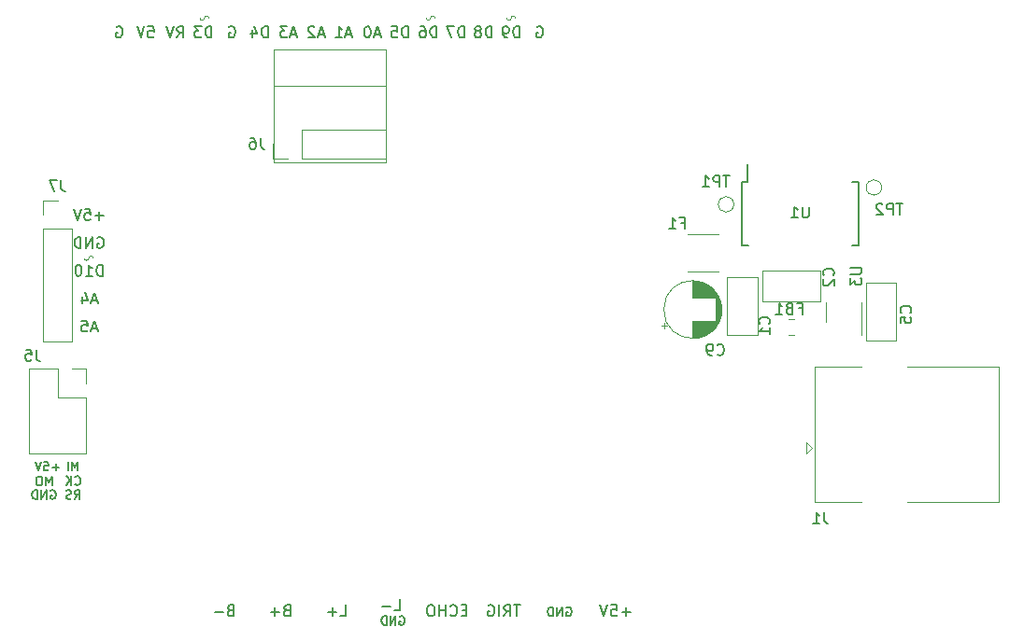
<source format=gbr>
%TF.GenerationSoftware,KiCad,Pcbnew,7.0.6*%
%TF.CreationDate,2023-08-05T18:39:03+02:00*%
%TF.ProjectId,livello_serbatoio_definitiva,6c697665-6c6c-46f5-9f73-65726261746f,rev?*%
%TF.SameCoordinates,Original*%
%TF.FileFunction,Legend,Bot*%
%TF.FilePolarity,Positive*%
%FSLAX46Y46*%
G04 Gerber Fmt 4.6, Leading zero omitted, Abs format (unit mm)*
G04 Created by KiCad (PCBNEW 7.0.6) date 2023-08-05 18:39:03*
%MOMM*%
%LPD*%
G01*
G04 APERTURE LIST*
%ADD10C,0.120000*%
%ADD11C,0.150000*%
G04 APERTURE END LIST*
D10*
X121140000Y-97120000D02*
X121140000Y-90120000D01*
X110960000Y-90110000D02*
X110960000Y-97120000D01*
X121140000Y-97120000D02*
X110960000Y-97120000D01*
X93820000Y-105800000D02*
G75*
G03*
X94220000Y-105800000I200000J0D01*
G01*
X94620000Y-105800000D02*
G75*
G03*
X94220000Y-105800000I-200000J0D01*
G01*
X132100000Y-84000000D02*
G75*
G03*
X132500000Y-84000000I200000J0D01*
G01*
X125600000Y-84000000D02*
G75*
G03*
X125200000Y-84000000I-200000J0D01*
G01*
X124800000Y-84000000D02*
G75*
G03*
X125200000Y-84000000I200000J0D01*
G01*
X104300000Y-84000000D02*
G75*
G03*
X104700000Y-84000000I200000J0D01*
G01*
X105100000Y-84000000D02*
G75*
G03*
X104700000Y-84000000I-200000J0D01*
G01*
X132900000Y-84000000D02*
G75*
G03*
X132500000Y-84000000I-200000J0D01*
G01*
X110960000Y-90130000D02*
X110960000Y-86870000D01*
X121140000Y-86870000D02*
X121140000Y-90130000D01*
X110970000Y-86870000D02*
X121140000Y-86870000D01*
X121140000Y-90130000D02*
X110960000Y-90130000D01*
D11*
X117009523Y-138254819D02*
X117485713Y-138254819D01*
X117485713Y-138254819D02*
X117485713Y-137254819D01*
X116676189Y-137873866D02*
X115914285Y-137873866D01*
X116295237Y-138254819D02*
X116295237Y-137492914D01*
X107047618Y-137731009D02*
X106904761Y-137778628D01*
X106904761Y-137778628D02*
X106857142Y-137826247D01*
X106857142Y-137826247D02*
X106809523Y-137921485D01*
X106809523Y-137921485D02*
X106809523Y-138064342D01*
X106809523Y-138064342D02*
X106857142Y-138159580D01*
X106857142Y-138159580D02*
X106904761Y-138207200D01*
X106904761Y-138207200D02*
X106999999Y-138254819D01*
X106999999Y-138254819D02*
X107380951Y-138254819D01*
X107380951Y-138254819D02*
X107380951Y-137254819D01*
X107380951Y-137254819D02*
X107047618Y-137254819D01*
X107047618Y-137254819D02*
X106952380Y-137302438D01*
X106952380Y-137302438D02*
X106904761Y-137350057D01*
X106904761Y-137350057D02*
X106857142Y-137445295D01*
X106857142Y-137445295D02*
X106857142Y-137540533D01*
X106857142Y-137540533D02*
X106904761Y-137635771D01*
X106904761Y-137635771D02*
X106952380Y-137683390D01*
X106952380Y-137683390D02*
X107047618Y-137731009D01*
X107047618Y-137731009D02*
X107380951Y-137731009D01*
X106380951Y-137873866D02*
X105619047Y-137873866D01*
X90885713Y-126382295D02*
X90885713Y-125582295D01*
X90885713Y-125582295D02*
X90619047Y-126153723D01*
X90619047Y-126153723D02*
X90352380Y-125582295D01*
X90352380Y-125582295D02*
X90352380Y-126382295D01*
X89819046Y-125582295D02*
X89666665Y-125582295D01*
X89666665Y-125582295D02*
X89590475Y-125620390D01*
X89590475Y-125620390D02*
X89514284Y-125696580D01*
X89514284Y-125696580D02*
X89476189Y-125848961D01*
X89476189Y-125848961D02*
X89476189Y-126115628D01*
X89476189Y-126115628D02*
X89514284Y-126268009D01*
X89514284Y-126268009D02*
X89590475Y-126344200D01*
X89590475Y-126344200D02*
X89666665Y-126382295D01*
X89666665Y-126382295D02*
X89819046Y-126382295D01*
X89819046Y-126382295D02*
X89895237Y-126344200D01*
X89895237Y-126344200D02*
X89971427Y-126268009D01*
X89971427Y-126268009D02*
X90009523Y-126115628D01*
X90009523Y-126115628D02*
X90009523Y-125848961D01*
X90009523Y-125848961D02*
X89971427Y-125696580D01*
X89971427Y-125696580D02*
X89895237Y-125620390D01*
X89895237Y-125620390D02*
X89819046Y-125582295D01*
X94964285Y-112169104D02*
X94488095Y-112169104D01*
X95059523Y-112454819D02*
X94726190Y-111454819D01*
X94726190Y-111454819D02*
X94392857Y-112454819D01*
X93583333Y-111454819D02*
X94059523Y-111454819D01*
X94059523Y-111454819D02*
X94107142Y-111931009D01*
X94107142Y-111931009D02*
X94059523Y-111883390D01*
X94059523Y-111883390D02*
X93964285Y-111835771D01*
X93964285Y-111835771D02*
X93726190Y-111835771D01*
X93726190Y-111835771D02*
X93630952Y-111883390D01*
X93630952Y-111883390D02*
X93583333Y-111931009D01*
X93583333Y-111931009D02*
X93535714Y-112026247D01*
X93535714Y-112026247D02*
X93535714Y-112264342D01*
X93535714Y-112264342D02*
X93583333Y-112359580D01*
X93583333Y-112359580D02*
X93630952Y-112407200D01*
X93630952Y-112407200D02*
X93726190Y-112454819D01*
X93726190Y-112454819D02*
X93964285Y-112454819D01*
X93964285Y-112454819D02*
X94059523Y-112407200D01*
X94059523Y-112407200D02*
X94107142Y-112359580D01*
X94994285Y-109629104D02*
X94518095Y-109629104D01*
X95089523Y-109914819D02*
X94756190Y-108914819D01*
X94756190Y-108914819D02*
X94422857Y-109914819D01*
X93660952Y-109248152D02*
X93660952Y-109914819D01*
X93899047Y-108867200D02*
X94137142Y-109581485D01*
X94137142Y-109581485D02*
X93518095Y-109581485D01*
X95474285Y-107394819D02*
X95474285Y-106394819D01*
X95474285Y-106394819D02*
X95236190Y-106394819D01*
X95236190Y-106394819D02*
X95093333Y-106442438D01*
X95093333Y-106442438D02*
X94998095Y-106537676D01*
X94998095Y-106537676D02*
X94950476Y-106632914D01*
X94950476Y-106632914D02*
X94902857Y-106823390D01*
X94902857Y-106823390D02*
X94902857Y-106966247D01*
X94902857Y-106966247D02*
X94950476Y-107156723D01*
X94950476Y-107156723D02*
X94998095Y-107251961D01*
X94998095Y-107251961D02*
X95093333Y-107347200D01*
X95093333Y-107347200D02*
X95236190Y-107394819D01*
X95236190Y-107394819D02*
X95474285Y-107394819D01*
X93950476Y-107394819D02*
X94521904Y-107394819D01*
X94236190Y-107394819D02*
X94236190Y-106394819D01*
X94236190Y-106394819D02*
X94331428Y-106537676D01*
X94331428Y-106537676D02*
X94426666Y-106632914D01*
X94426666Y-106632914D02*
X94521904Y-106680533D01*
X93331428Y-106394819D02*
X93236190Y-106394819D01*
X93236190Y-106394819D02*
X93140952Y-106442438D01*
X93140952Y-106442438D02*
X93093333Y-106490057D01*
X93093333Y-106490057D02*
X93045714Y-106585295D01*
X93045714Y-106585295D02*
X92998095Y-106775771D01*
X92998095Y-106775771D02*
X92998095Y-107013866D01*
X92998095Y-107013866D02*
X93045714Y-107204342D01*
X93045714Y-107204342D02*
X93093333Y-107299580D01*
X93093333Y-107299580D02*
X93140952Y-107347200D01*
X93140952Y-107347200D02*
X93236190Y-107394819D01*
X93236190Y-107394819D02*
X93331428Y-107394819D01*
X93331428Y-107394819D02*
X93426666Y-107347200D01*
X93426666Y-107347200D02*
X93474285Y-107299580D01*
X93474285Y-107299580D02*
X93521904Y-107204342D01*
X93521904Y-107204342D02*
X93569523Y-107013866D01*
X93569523Y-107013866D02*
X93569523Y-106775771D01*
X93569523Y-106775771D02*
X93521904Y-106585295D01*
X93521904Y-106585295D02*
X93474285Y-106490057D01*
X93474285Y-106490057D02*
X93426666Y-106442438D01*
X93426666Y-106442438D02*
X93331428Y-106394819D01*
X113014285Y-85469104D02*
X112538095Y-85469104D01*
X113109523Y-85754819D02*
X112776190Y-84754819D01*
X112776190Y-84754819D02*
X112442857Y-85754819D01*
X112204761Y-84754819D02*
X111585714Y-84754819D01*
X111585714Y-84754819D02*
X111919047Y-85135771D01*
X111919047Y-85135771D02*
X111776190Y-85135771D01*
X111776190Y-85135771D02*
X111680952Y-85183390D01*
X111680952Y-85183390D02*
X111633333Y-85231009D01*
X111633333Y-85231009D02*
X111585714Y-85326247D01*
X111585714Y-85326247D02*
X111585714Y-85564342D01*
X111585714Y-85564342D02*
X111633333Y-85659580D01*
X111633333Y-85659580D02*
X111680952Y-85707200D01*
X111680952Y-85707200D02*
X111776190Y-85754819D01*
X111776190Y-85754819D02*
X112061904Y-85754819D01*
X112061904Y-85754819D02*
X112157142Y-85707200D01*
X112157142Y-85707200D02*
X112204761Y-85659580D01*
X115514285Y-85469104D02*
X115038095Y-85469104D01*
X115609523Y-85754819D02*
X115276190Y-84754819D01*
X115276190Y-84754819D02*
X114942857Y-85754819D01*
X114657142Y-84850057D02*
X114609523Y-84802438D01*
X114609523Y-84802438D02*
X114514285Y-84754819D01*
X114514285Y-84754819D02*
X114276190Y-84754819D01*
X114276190Y-84754819D02*
X114180952Y-84802438D01*
X114180952Y-84802438D02*
X114133333Y-84850057D01*
X114133333Y-84850057D02*
X114085714Y-84945295D01*
X114085714Y-84945295D02*
X114085714Y-85040533D01*
X114085714Y-85040533D02*
X114133333Y-85183390D01*
X114133333Y-85183390D02*
X114704761Y-85754819D01*
X114704761Y-85754819D02*
X114085714Y-85754819D01*
X118014285Y-85469104D02*
X117538095Y-85469104D01*
X118109523Y-85754819D02*
X117776190Y-84754819D01*
X117776190Y-84754819D02*
X117442857Y-85754819D01*
X116585714Y-85754819D02*
X117157142Y-85754819D01*
X116871428Y-85754819D02*
X116871428Y-84754819D01*
X116871428Y-84754819D02*
X116966666Y-84897676D01*
X116966666Y-84897676D02*
X117061904Y-84992914D01*
X117061904Y-84992914D02*
X117157142Y-85040533D01*
X120614285Y-85469104D02*
X120138095Y-85469104D01*
X120709523Y-85754819D02*
X120376190Y-84754819D01*
X120376190Y-84754819D02*
X120042857Y-85754819D01*
X119519047Y-84754819D02*
X119423809Y-84754819D01*
X119423809Y-84754819D02*
X119328571Y-84802438D01*
X119328571Y-84802438D02*
X119280952Y-84850057D01*
X119280952Y-84850057D02*
X119233333Y-84945295D01*
X119233333Y-84945295D02*
X119185714Y-85135771D01*
X119185714Y-85135771D02*
X119185714Y-85373866D01*
X119185714Y-85373866D02*
X119233333Y-85564342D01*
X119233333Y-85564342D02*
X119280952Y-85659580D01*
X119280952Y-85659580D02*
X119328571Y-85707200D01*
X119328571Y-85707200D02*
X119423809Y-85754819D01*
X119423809Y-85754819D02*
X119519047Y-85754819D01*
X119519047Y-85754819D02*
X119614285Y-85707200D01*
X119614285Y-85707200D02*
X119661904Y-85659580D01*
X119661904Y-85659580D02*
X119709523Y-85564342D01*
X119709523Y-85564342D02*
X119757142Y-85373866D01*
X119757142Y-85373866D02*
X119757142Y-85135771D01*
X119757142Y-85135771D02*
X119709523Y-84945295D01*
X119709523Y-84945295D02*
X119661904Y-84850057D01*
X119661904Y-84850057D02*
X119614285Y-84802438D01*
X119614285Y-84802438D02*
X119519047Y-84754819D01*
X95021904Y-103912438D02*
X95117142Y-103864819D01*
X95117142Y-103864819D02*
X95259999Y-103864819D01*
X95259999Y-103864819D02*
X95402856Y-103912438D01*
X95402856Y-103912438D02*
X95498094Y-104007676D01*
X95498094Y-104007676D02*
X95545713Y-104102914D01*
X95545713Y-104102914D02*
X95593332Y-104293390D01*
X95593332Y-104293390D02*
X95593332Y-104436247D01*
X95593332Y-104436247D02*
X95545713Y-104626723D01*
X95545713Y-104626723D02*
X95498094Y-104721961D01*
X95498094Y-104721961D02*
X95402856Y-104817200D01*
X95402856Y-104817200D02*
X95259999Y-104864819D01*
X95259999Y-104864819D02*
X95164761Y-104864819D01*
X95164761Y-104864819D02*
X95021904Y-104817200D01*
X95021904Y-104817200D02*
X94974285Y-104769580D01*
X94974285Y-104769580D02*
X94974285Y-104436247D01*
X94974285Y-104436247D02*
X95164761Y-104436247D01*
X94545713Y-104864819D02*
X94545713Y-103864819D01*
X94545713Y-103864819D02*
X93974285Y-104864819D01*
X93974285Y-104864819D02*
X93974285Y-103864819D01*
X93498094Y-104864819D02*
X93498094Y-103864819D01*
X93498094Y-103864819D02*
X93259999Y-103864819D01*
X93259999Y-103864819D02*
X93117142Y-103912438D01*
X93117142Y-103912438D02*
X93021904Y-104007676D01*
X93021904Y-104007676D02*
X92974285Y-104102914D01*
X92974285Y-104102914D02*
X92926666Y-104293390D01*
X92926666Y-104293390D02*
X92926666Y-104436247D01*
X92926666Y-104436247D02*
X92974285Y-104626723D01*
X92974285Y-104626723D02*
X93021904Y-104721961D01*
X93021904Y-104721961D02*
X93117142Y-104817200D01*
X93117142Y-104817200D02*
X93259999Y-104864819D01*
X93259999Y-104864819D02*
X93498094Y-104864819D01*
X95565713Y-101933866D02*
X94803809Y-101933866D01*
X95184761Y-102314819D02*
X95184761Y-101552914D01*
X93851428Y-101314819D02*
X94327618Y-101314819D01*
X94327618Y-101314819D02*
X94375237Y-101791009D01*
X94375237Y-101791009D02*
X94327618Y-101743390D01*
X94327618Y-101743390D02*
X94232380Y-101695771D01*
X94232380Y-101695771D02*
X93994285Y-101695771D01*
X93994285Y-101695771D02*
X93899047Y-101743390D01*
X93899047Y-101743390D02*
X93851428Y-101791009D01*
X93851428Y-101791009D02*
X93803809Y-101886247D01*
X93803809Y-101886247D02*
X93803809Y-102124342D01*
X93803809Y-102124342D02*
X93851428Y-102219580D01*
X93851428Y-102219580D02*
X93899047Y-102267200D01*
X93899047Y-102267200D02*
X93994285Y-102314819D01*
X93994285Y-102314819D02*
X94232380Y-102314819D01*
X94232380Y-102314819D02*
X94327618Y-102267200D01*
X94327618Y-102267200D02*
X94375237Y-102219580D01*
X93518094Y-101314819D02*
X93184761Y-102314819D01*
X93184761Y-102314819D02*
X92851428Y-101314819D01*
X121909523Y-137754819D02*
X122385713Y-137754819D01*
X122385713Y-137754819D02*
X122385713Y-136754819D01*
X121576189Y-137373866D02*
X120814285Y-137373866D01*
X91528570Y-124757533D02*
X90919047Y-124757533D01*
X91223808Y-125062295D02*
X91223808Y-124452771D01*
X90157142Y-124262295D02*
X90538094Y-124262295D01*
X90538094Y-124262295D02*
X90576190Y-124643247D01*
X90576190Y-124643247D02*
X90538094Y-124605152D01*
X90538094Y-124605152D02*
X90461904Y-124567057D01*
X90461904Y-124567057D02*
X90271428Y-124567057D01*
X90271428Y-124567057D02*
X90195237Y-124605152D01*
X90195237Y-124605152D02*
X90157142Y-124643247D01*
X90157142Y-124643247D02*
X90119047Y-124719438D01*
X90119047Y-124719438D02*
X90119047Y-124909914D01*
X90119047Y-124909914D02*
X90157142Y-124986104D01*
X90157142Y-124986104D02*
X90195237Y-125024200D01*
X90195237Y-125024200D02*
X90271428Y-125062295D01*
X90271428Y-125062295D02*
X90461904Y-125062295D01*
X90461904Y-125062295D02*
X90538094Y-125024200D01*
X90538094Y-125024200D02*
X90576190Y-124986104D01*
X89890475Y-124262295D02*
X89623808Y-125062295D01*
X89623808Y-125062295D02*
X89357142Y-124262295D01*
X90769523Y-126880390D02*
X90845713Y-126842295D01*
X90845713Y-126842295D02*
X90959999Y-126842295D01*
X90959999Y-126842295D02*
X91074285Y-126880390D01*
X91074285Y-126880390D02*
X91150475Y-126956580D01*
X91150475Y-126956580D02*
X91188570Y-127032771D01*
X91188570Y-127032771D02*
X91226666Y-127185152D01*
X91226666Y-127185152D02*
X91226666Y-127299438D01*
X91226666Y-127299438D02*
X91188570Y-127451819D01*
X91188570Y-127451819D02*
X91150475Y-127528009D01*
X91150475Y-127528009D02*
X91074285Y-127604200D01*
X91074285Y-127604200D02*
X90959999Y-127642295D01*
X90959999Y-127642295D02*
X90883808Y-127642295D01*
X90883808Y-127642295D02*
X90769523Y-127604200D01*
X90769523Y-127604200D02*
X90731427Y-127566104D01*
X90731427Y-127566104D02*
X90731427Y-127299438D01*
X90731427Y-127299438D02*
X90883808Y-127299438D01*
X90388570Y-127642295D02*
X90388570Y-126842295D01*
X90388570Y-126842295D02*
X89931427Y-127642295D01*
X89931427Y-127642295D02*
X89931427Y-126842295D01*
X89550475Y-127642295D02*
X89550475Y-126842295D01*
X89550475Y-126842295D02*
X89359999Y-126842295D01*
X89359999Y-126842295D02*
X89245713Y-126880390D01*
X89245713Y-126880390D02*
X89169523Y-126956580D01*
X89169523Y-126956580D02*
X89131428Y-127032771D01*
X89131428Y-127032771D02*
X89093332Y-127185152D01*
X89093332Y-127185152D02*
X89093332Y-127299438D01*
X89093332Y-127299438D02*
X89131428Y-127451819D01*
X89131428Y-127451819D02*
X89169523Y-127528009D01*
X89169523Y-127528009D02*
X89245713Y-127604200D01*
X89245713Y-127604200D02*
X89359999Y-127642295D01*
X89359999Y-127642295D02*
X89550475Y-127642295D01*
X123138094Y-85754819D02*
X123138094Y-84754819D01*
X123138094Y-84754819D02*
X122899999Y-84754819D01*
X122899999Y-84754819D02*
X122757142Y-84802438D01*
X122757142Y-84802438D02*
X122661904Y-84897676D01*
X122661904Y-84897676D02*
X122614285Y-84992914D01*
X122614285Y-84992914D02*
X122566666Y-85183390D01*
X122566666Y-85183390D02*
X122566666Y-85326247D01*
X122566666Y-85326247D02*
X122614285Y-85516723D01*
X122614285Y-85516723D02*
X122661904Y-85611961D01*
X122661904Y-85611961D02*
X122757142Y-85707200D01*
X122757142Y-85707200D02*
X122899999Y-85754819D01*
X122899999Y-85754819D02*
X123138094Y-85754819D01*
X121661904Y-84754819D02*
X122138094Y-84754819D01*
X122138094Y-84754819D02*
X122185713Y-85231009D01*
X122185713Y-85231009D02*
X122138094Y-85183390D01*
X122138094Y-85183390D02*
X122042856Y-85135771D01*
X122042856Y-85135771D02*
X121804761Y-85135771D01*
X121804761Y-85135771D02*
X121709523Y-85183390D01*
X121709523Y-85183390D02*
X121661904Y-85231009D01*
X121661904Y-85231009D02*
X121614285Y-85326247D01*
X121614285Y-85326247D02*
X121614285Y-85564342D01*
X121614285Y-85564342D02*
X121661904Y-85659580D01*
X121661904Y-85659580D02*
X121709523Y-85707200D01*
X121709523Y-85707200D02*
X121804761Y-85754819D01*
X121804761Y-85754819D02*
X122042856Y-85754819D01*
X122042856Y-85754819D02*
X122138094Y-85707200D01*
X122138094Y-85707200D02*
X122185713Y-85659580D01*
X102219047Y-85754819D02*
X102552380Y-85278628D01*
X102790475Y-85754819D02*
X102790475Y-84754819D01*
X102790475Y-84754819D02*
X102409523Y-84754819D01*
X102409523Y-84754819D02*
X102314285Y-84802438D01*
X102314285Y-84802438D02*
X102266666Y-84850057D01*
X102266666Y-84850057D02*
X102219047Y-84945295D01*
X102219047Y-84945295D02*
X102219047Y-85088152D01*
X102219047Y-85088152D02*
X102266666Y-85183390D01*
X102266666Y-85183390D02*
X102314285Y-85231009D01*
X102314285Y-85231009D02*
X102409523Y-85278628D01*
X102409523Y-85278628D02*
X102790475Y-85278628D01*
X101933332Y-84754819D02*
X101599999Y-85754819D01*
X101599999Y-85754819D02*
X101266666Y-84754819D01*
X99590476Y-84754819D02*
X100066666Y-84754819D01*
X100066666Y-84754819D02*
X100114285Y-85231009D01*
X100114285Y-85231009D02*
X100066666Y-85183390D01*
X100066666Y-85183390D02*
X99971428Y-85135771D01*
X99971428Y-85135771D02*
X99733333Y-85135771D01*
X99733333Y-85135771D02*
X99638095Y-85183390D01*
X99638095Y-85183390D02*
X99590476Y-85231009D01*
X99590476Y-85231009D02*
X99542857Y-85326247D01*
X99542857Y-85326247D02*
X99542857Y-85564342D01*
X99542857Y-85564342D02*
X99590476Y-85659580D01*
X99590476Y-85659580D02*
X99638095Y-85707200D01*
X99638095Y-85707200D02*
X99733333Y-85754819D01*
X99733333Y-85754819D02*
X99971428Y-85754819D01*
X99971428Y-85754819D02*
X100066666Y-85707200D01*
X100066666Y-85707200D02*
X100114285Y-85659580D01*
X99257142Y-84754819D02*
X98923809Y-85754819D01*
X98923809Y-85754819D02*
X98590476Y-84754819D01*
X125738094Y-85754819D02*
X125738094Y-84754819D01*
X125738094Y-84754819D02*
X125499999Y-84754819D01*
X125499999Y-84754819D02*
X125357142Y-84802438D01*
X125357142Y-84802438D02*
X125261904Y-84897676D01*
X125261904Y-84897676D02*
X125214285Y-84992914D01*
X125214285Y-84992914D02*
X125166666Y-85183390D01*
X125166666Y-85183390D02*
X125166666Y-85326247D01*
X125166666Y-85326247D02*
X125214285Y-85516723D01*
X125214285Y-85516723D02*
X125261904Y-85611961D01*
X125261904Y-85611961D02*
X125357142Y-85707200D01*
X125357142Y-85707200D02*
X125499999Y-85754819D01*
X125499999Y-85754819D02*
X125738094Y-85754819D01*
X124309523Y-84754819D02*
X124499999Y-84754819D01*
X124499999Y-84754819D02*
X124595237Y-84802438D01*
X124595237Y-84802438D02*
X124642856Y-84850057D01*
X124642856Y-84850057D02*
X124738094Y-84992914D01*
X124738094Y-84992914D02*
X124785713Y-85183390D01*
X124785713Y-85183390D02*
X124785713Y-85564342D01*
X124785713Y-85564342D02*
X124738094Y-85659580D01*
X124738094Y-85659580D02*
X124690475Y-85707200D01*
X124690475Y-85707200D02*
X124595237Y-85754819D01*
X124595237Y-85754819D02*
X124404761Y-85754819D01*
X124404761Y-85754819D02*
X124309523Y-85707200D01*
X124309523Y-85707200D02*
X124261904Y-85659580D01*
X124261904Y-85659580D02*
X124214285Y-85564342D01*
X124214285Y-85564342D02*
X124214285Y-85326247D01*
X124214285Y-85326247D02*
X124261904Y-85231009D01*
X124261904Y-85231009D02*
X124309523Y-85183390D01*
X124309523Y-85183390D02*
X124404761Y-85135771D01*
X124404761Y-85135771D02*
X124595237Y-85135771D01*
X124595237Y-85135771D02*
X124690475Y-85183390D01*
X124690475Y-85183390D02*
X124738094Y-85231009D01*
X124738094Y-85231009D02*
X124785713Y-85326247D01*
X133238094Y-85754819D02*
X133238094Y-84754819D01*
X133238094Y-84754819D02*
X132999999Y-84754819D01*
X132999999Y-84754819D02*
X132857142Y-84802438D01*
X132857142Y-84802438D02*
X132761904Y-84897676D01*
X132761904Y-84897676D02*
X132714285Y-84992914D01*
X132714285Y-84992914D02*
X132666666Y-85183390D01*
X132666666Y-85183390D02*
X132666666Y-85326247D01*
X132666666Y-85326247D02*
X132714285Y-85516723D01*
X132714285Y-85516723D02*
X132761904Y-85611961D01*
X132761904Y-85611961D02*
X132857142Y-85707200D01*
X132857142Y-85707200D02*
X132999999Y-85754819D01*
X132999999Y-85754819D02*
X133238094Y-85754819D01*
X132190475Y-85754819D02*
X131999999Y-85754819D01*
X131999999Y-85754819D02*
X131904761Y-85707200D01*
X131904761Y-85707200D02*
X131857142Y-85659580D01*
X131857142Y-85659580D02*
X131761904Y-85516723D01*
X131761904Y-85516723D02*
X131714285Y-85326247D01*
X131714285Y-85326247D02*
X131714285Y-84945295D01*
X131714285Y-84945295D02*
X131761904Y-84850057D01*
X131761904Y-84850057D02*
X131809523Y-84802438D01*
X131809523Y-84802438D02*
X131904761Y-84754819D01*
X131904761Y-84754819D02*
X132095237Y-84754819D01*
X132095237Y-84754819D02*
X132190475Y-84802438D01*
X132190475Y-84802438D02*
X132238094Y-84850057D01*
X132238094Y-84850057D02*
X132285713Y-84945295D01*
X132285713Y-84945295D02*
X132285713Y-85183390D01*
X132285713Y-85183390D02*
X132238094Y-85278628D01*
X132238094Y-85278628D02*
X132190475Y-85326247D01*
X132190475Y-85326247D02*
X132095237Y-85373866D01*
X132095237Y-85373866D02*
X131904761Y-85373866D01*
X131904761Y-85373866D02*
X131809523Y-85326247D01*
X131809523Y-85326247D02*
X131761904Y-85278628D01*
X131761904Y-85278628D02*
X131714285Y-85183390D01*
X134838095Y-84802438D02*
X134933333Y-84754819D01*
X134933333Y-84754819D02*
X135076190Y-84754819D01*
X135076190Y-84754819D02*
X135219047Y-84802438D01*
X135219047Y-84802438D02*
X135314285Y-84897676D01*
X135314285Y-84897676D02*
X135361904Y-84992914D01*
X135361904Y-84992914D02*
X135409523Y-85183390D01*
X135409523Y-85183390D02*
X135409523Y-85326247D01*
X135409523Y-85326247D02*
X135361904Y-85516723D01*
X135361904Y-85516723D02*
X135314285Y-85611961D01*
X135314285Y-85611961D02*
X135219047Y-85707200D01*
X135219047Y-85707200D02*
X135076190Y-85754819D01*
X135076190Y-85754819D02*
X134980952Y-85754819D01*
X134980952Y-85754819D02*
X134838095Y-85707200D01*
X134838095Y-85707200D02*
X134790476Y-85659580D01*
X134790476Y-85659580D02*
X134790476Y-85326247D01*
X134790476Y-85326247D02*
X134980952Y-85326247D01*
X130738094Y-85754819D02*
X130738094Y-84754819D01*
X130738094Y-84754819D02*
X130499999Y-84754819D01*
X130499999Y-84754819D02*
X130357142Y-84802438D01*
X130357142Y-84802438D02*
X130261904Y-84897676D01*
X130261904Y-84897676D02*
X130214285Y-84992914D01*
X130214285Y-84992914D02*
X130166666Y-85183390D01*
X130166666Y-85183390D02*
X130166666Y-85326247D01*
X130166666Y-85326247D02*
X130214285Y-85516723D01*
X130214285Y-85516723D02*
X130261904Y-85611961D01*
X130261904Y-85611961D02*
X130357142Y-85707200D01*
X130357142Y-85707200D02*
X130499999Y-85754819D01*
X130499999Y-85754819D02*
X130738094Y-85754819D01*
X129595237Y-85183390D02*
X129690475Y-85135771D01*
X129690475Y-85135771D02*
X129738094Y-85088152D01*
X129738094Y-85088152D02*
X129785713Y-84992914D01*
X129785713Y-84992914D02*
X129785713Y-84945295D01*
X129785713Y-84945295D02*
X129738094Y-84850057D01*
X129738094Y-84850057D02*
X129690475Y-84802438D01*
X129690475Y-84802438D02*
X129595237Y-84754819D01*
X129595237Y-84754819D02*
X129404761Y-84754819D01*
X129404761Y-84754819D02*
X129309523Y-84802438D01*
X129309523Y-84802438D02*
X129261904Y-84850057D01*
X129261904Y-84850057D02*
X129214285Y-84945295D01*
X129214285Y-84945295D02*
X129214285Y-84992914D01*
X129214285Y-84992914D02*
X129261904Y-85088152D01*
X129261904Y-85088152D02*
X129309523Y-85135771D01*
X129309523Y-85135771D02*
X129404761Y-85183390D01*
X129404761Y-85183390D02*
X129595237Y-85183390D01*
X129595237Y-85183390D02*
X129690475Y-85231009D01*
X129690475Y-85231009D02*
X129738094Y-85278628D01*
X129738094Y-85278628D02*
X129785713Y-85373866D01*
X129785713Y-85373866D02*
X129785713Y-85564342D01*
X129785713Y-85564342D02*
X129738094Y-85659580D01*
X129738094Y-85659580D02*
X129690475Y-85707200D01*
X129690475Y-85707200D02*
X129595237Y-85754819D01*
X129595237Y-85754819D02*
X129404761Y-85754819D01*
X129404761Y-85754819D02*
X129309523Y-85707200D01*
X129309523Y-85707200D02*
X129261904Y-85659580D01*
X129261904Y-85659580D02*
X129214285Y-85564342D01*
X129214285Y-85564342D02*
X129214285Y-85373866D01*
X129214285Y-85373866D02*
X129261904Y-85278628D01*
X129261904Y-85278628D02*
X129309523Y-85231009D01*
X129309523Y-85231009D02*
X129404761Y-85183390D01*
X105338094Y-85754819D02*
X105338094Y-84754819D01*
X105338094Y-84754819D02*
X105099999Y-84754819D01*
X105099999Y-84754819D02*
X104957142Y-84802438D01*
X104957142Y-84802438D02*
X104861904Y-84897676D01*
X104861904Y-84897676D02*
X104814285Y-84992914D01*
X104814285Y-84992914D02*
X104766666Y-85183390D01*
X104766666Y-85183390D02*
X104766666Y-85326247D01*
X104766666Y-85326247D02*
X104814285Y-85516723D01*
X104814285Y-85516723D02*
X104861904Y-85611961D01*
X104861904Y-85611961D02*
X104957142Y-85707200D01*
X104957142Y-85707200D02*
X105099999Y-85754819D01*
X105099999Y-85754819D02*
X105338094Y-85754819D01*
X104433332Y-84754819D02*
X103814285Y-84754819D01*
X103814285Y-84754819D02*
X104147618Y-85135771D01*
X104147618Y-85135771D02*
X104004761Y-85135771D01*
X104004761Y-85135771D02*
X103909523Y-85183390D01*
X103909523Y-85183390D02*
X103861904Y-85231009D01*
X103861904Y-85231009D02*
X103814285Y-85326247D01*
X103814285Y-85326247D02*
X103814285Y-85564342D01*
X103814285Y-85564342D02*
X103861904Y-85659580D01*
X103861904Y-85659580D02*
X103909523Y-85707200D01*
X103909523Y-85707200D02*
X104004761Y-85754819D01*
X104004761Y-85754819D02*
X104290475Y-85754819D01*
X104290475Y-85754819D02*
X104385713Y-85707200D01*
X104385713Y-85707200D02*
X104433332Y-85659580D01*
X128238094Y-85754819D02*
X128238094Y-84754819D01*
X128238094Y-84754819D02*
X127999999Y-84754819D01*
X127999999Y-84754819D02*
X127857142Y-84802438D01*
X127857142Y-84802438D02*
X127761904Y-84897676D01*
X127761904Y-84897676D02*
X127714285Y-84992914D01*
X127714285Y-84992914D02*
X127666666Y-85183390D01*
X127666666Y-85183390D02*
X127666666Y-85326247D01*
X127666666Y-85326247D02*
X127714285Y-85516723D01*
X127714285Y-85516723D02*
X127761904Y-85611961D01*
X127761904Y-85611961D02*
X127857142Y-85707200D01*
X127857142Y-85707200D02*
X127999999Y-85754819D01*
X127999999Y-85754819D02*
X128238094Y-85754819D01*
X127333332Y-84754819D02*
X126666666Y-84754819D01*
X126666666Y-84754819D02*
X127095237Y-85754819D01*
X110438094Y-85754819D02*
X110438094Y-84754819D01*
X110438094Y-84754819D02*
X110199999Y-84754819D01*
X110199999Y-84754819D02*
X110057142Y-84802438D01*
X110057142Y-84802438D02*
X109961904Y-84897676D01*
X109961904Y-84897676D02*
X109914285Y-84992914D01*
X109914285Y-84992914D02*
X109866666Y-85183390D01*
X109866666Y-85183390D02*
X109866666Y-85326247D01*
X109866666Y-85326247D02*
X109914285Y-85516723D01*
X109914285Y-85516723D02*
X109961904Y-85611961D01*
X109961904Y-85611961D02*
X110057142Y-85707200D01*
X110057142Y-85707200D02*
X110199999Y-85754819D01*
X110199999Y-85754819D02*
X110438094Y-85754819D01*
X109009523Y-85088152D02*
X109009523Y-85754819D01*
X109247618Y-84707200D02*
X109485713Y-85421485D01*
X109485713Y-85421485D02*
X108866666Y-85421485D01*
X106938095Y-84802438D02*
X107033333Y-84754819D01*
X107033333Y-84754819D02*
X107176190Y-84754819D01*
X107176190Y-84754819D02*
X107319047Y-84802438D01*
X107319047Y-84802438D02*
X107414285Y-84897676D01*
X107414285Y-84897676D02*
X107461904Y-84992914D01*
X107461904Y-84992914D02*
X107509523Y-85183390D01*
X107509523Y-85183390D02*
X107509523Y-85326247D01*
X107509523Y-85326247D02*
X107461904Y-85516723D01*
X107461904Y-85516723D02*
X107414285Y-85611961D01*
X107414285Y-85611961D02*
X107319047Y-85707200D01*
X107319047Y-85707200D02*
X107176190Y-85754819D01*
X107176190Y-85754819D02*
X107080952Y-85754819D01*
X107080952Y-85754819D02*
X106938095Y-85707200D01*
X106938095Y-85707200D02*
X106890476Y-85659580D01*
X106890476Y-85659580D02*
X106890476Y-85326247D01*
X106890476Y-85326247D02*
X107080952Y-85326247D01*
X96738095Y-84802438D02*
X96833333Y-84754819D01*
X96833333Y-84754819D02*
X96976190Y-84754819D01*
X96976190Y-84754819D02*
X97119047Y-84802438D01*
X97119047Y-84802438D02*
X97214285Y-84897676D01*
X97214285Y-84897676D02*
X97261904Y-84992914D01*
X97261904Y-84992914D02*
X97309523Y-85183390D01*
X97309523Y-85183390D02*
X97309523Y-85326247D01*
X97309523Y-85326247D02*
X97261904Y-85516723D01*
X97261904Y-85516723D02*
X97214285Y-85611961D01*
X97214285Y-85611961D02*
X97119047Y-85707200D01*
X97119047Y-85707200D02*
X96976190Y-85754819D01*
X96976190Y-85754819D02*
X96880952Y-85754819D01*
X96880952Y-85754819D02*
X96738095Y-85707200D01*
X96738095Y-85707200D02*
X96690476Y-85659580D01*
X96690476Y-85659580D02*
X96690476Y-85326247D01*
X96690476Y-85326247D02*
X96880952Y-85326247D01*
X92933332Y-127642295D02*
X93199999Y-127261342D01*
X93390475Y-127642295D02*
X93390475Y-126842295D01*
X93390475Y-126842295D02*
X93085713Y-126842295D01*
X93085713Y-126842295D02*
X93009523Y-126880390D01*
X93009523Y-126880390D02*
X92971428Y-126918485D01*
X92971428Y-126918485D02*
X92933332Y-126994676D01*
X92933332Y-126994676D02*
X92933332Y-127108961D01*
X92933332Y-127108961D02*
X92971428Y-127185152D01*
X92971428Y-127185152D02*
X93009523Y-127223247D01*
X93009523Y-127223247D02*
X93085713Y-127261342D01*
X93085713Y-127261342D02*
X93390475Y-127261342D01*
X92628571Y-127604200D02*
X92514285Y-127642295D01*
X92514285Y-127642295D02*
X92323809Y-127642295D01*
X92323809Y-127642295D02*
X92247618Y-127604200D01*
X92247618Y-127604200D02*
X92209523Y-127566104D01*
X92209523Y-127566104D02*
X92171428Y-127489914D01*
X92171428Y-127489914D02*
X92171428Y-127413723D01*
X92171428Y-127413723D02*
X92209523Y-127337533D01*
X92209523Y-127337533D02*
X92247618Y-127299438D01*
X92247618Y-127299438D02*
X92323809Y-127261342D01*
X92323809Y-127261342D02*
X92476190Y-127223247D01*
X92476190Y-127223247D02*
X92552380Y-127185152D01*
X92552380Y-127185152D02*
X92590475Y-127147057D01*
X92590475Y-127147057D02*
X92628571Y-127070866D01*
X92628571Y-127070866D02*
X92628571Y-126994676D01*
X92628571Y-126994676D02*
X92590475Y-126918485D01*
X92590475Y-126918485D02*
X92552380Y-126880390D01*
X92552380Y-126880390D02*
X92476190Y-126842295D01*
X92476190Y-126842295D02*
X92285713Y-126842295D01*
X92285713Y-126842295D02*
X92171428Y-126880390D01*
X128461904Y-137731009D02*
X128128571Y-137731009D01*
X127985714Y-138254819D02*
X128461904Y-138254819D01*
X128461904Y-138254819D02*
X128461904Y-137254819D01*
X128461904Y-137254819D02*
X127985714Y-137254819D01*
X126985714Y-138159580D02*
X127033333Y-138207200D01*
X127033333Y-138207200D02*
X127176190Y-138254819D01*
X127176190Y-138254819D02*
X127271428Y-138254819D01*
X127271428Y-138254819D02*
X127414285Y-138207200D01*
X127414285Y-138207200D02*
X127509523Y-138111961D01*
X127509523Y-138111961D02*
X127557142Y-138016723D01*
X127557142Y-138016723D02*
X127604761Y-137826247D01*
X127604761Y-137826247D02*
X127604761Y-137683390D01*
X127604761Y-137683390D02*
X127557142Y-137492914D01*
X127557142Y-137492914D02*
X127509523Y-137397676D01*
X127509523Y-137397676D02*
X127414285Y-137302438D01*
X127414285Y-137302438D02*
X127271428Y-137254819D01*
X127271428Y-137254819D02*
X127176190Y-137254819D01*
X127176190Y-137254819D02*
X127033333Y-137302438D01*
X127033333Y-137302438D02*
X126985714Y-137350057D01*
X126557142Y-138254819D02*
X126557142Y-137254819D01*
X126557142Y-137731009D02*
X125985714Y-137731009D01*
X125985714Y-138254819D02*
X125985714Y-137254819D01*
X125319047Y-137254819D02*
X125128571Y-137254819D01*
X125128571Y-137254819D02*
X125033333Y-137302438D01*
X125033333Y-137302438D02*
X124938095Y-137397676D01*
X124938095Y-137397676D02*
X124890476Y-137588152D01*
X124890476Y-137588152D02*
X124890476Y-137921485D01*
X124890476Y-137921485D02*
X124938095Y-138111961D01*
X124938095Y-138111961D02*
X125033333Y-138207200D01*
X125033333Y-138207200D02*
X125128571Y-138254819D01*
X125128571Y-138254819D02*
X125319047Y-138254819D01*
X125319047Y-138254819D02*
X125414285Y-138207200D01*
X125414285Y-138207200D02*
X125509523Y-138111961D01*
X125509523Y-138111961D02*
X125557142Y-137921485D01*
X125557142Y-137921485D02*
X125557142Y-137588152D01*
X125557142Y-137588152D02*
X125509523Y-137397676D01*
X125509523Y-137397676D02*
X125414285Y-137302438D01*
X125414285Y-137302438D02*
X125319047Y-137254819D01*
X93247142Y-125032295D02*
X93247142Y-124232295D01*
X93247142Y-124232295D02*
X92980476Y-124803723D01*
X92980476Y-124803723D02*
X92713809Y-124232295D01*
X92713809Y-124232295D02*
X92713809Y-125032295D01*
X92332856Y-125032295D02*
X92332856Y-124232295D01*
X137509523Y-137500390D02*
X137585713Y-137462295D01*
X137585713Y-137462295D02*
X137699999Y-137462295D01*
X137699999Y-137462295D02*
X137814285Y-137500390D01*
X137814285Y-137500390D02*
X137890475Y-137576580D01*
X137890475Y-137576580D02*
X137928570Y-137652771D01*
X137928570Y-137652771D02*
X137966666Y-137805152D01*
X137966666Y-137805152D02*
X137966666Y-137919438D01*
X137966666Y-137919438D02*
X137928570Y-138071819D01*
X137928570Y-138071819D02*
X137890475Y-138148009D01*
X137890475Y-138148009D02*
X137814285Y-138224200D01*
X137814285Y-138224200D02*
X137699999Y-138262295D01*
X137699999Y-138262295D02*
X137623808Y-138262295D01*
X137623808Y-138262295D02*
X137509523Y-138224200D01*
X137509523Y-138224200D02*
X137471427Y-138186104D01*
X137471427Y-138186104D02*
X137471427Y-137919438D01*
X137471427Y-137919438D02*
X137623808Y-137919438D01*
X137128570Y-138262295D02*
X137128570Y-137462295D01*
X137128570Y-137462295D02*
X136671427Y-138262295D01*
X136671427Y-138262295D02*
X136671427Y-137462295D01*
X136290475Y-138262295D02*
X136290475Y-137462295D01*
X136290475Y-137462295D02*
X136099999Y-137462295D01*
X136099999Y-137462295D02*
X135985713Y-137500390D01*
X135985713Y-137500390D02*
X135909523Y-137576580D01*
X135909523Y-137576580D02*
X135871428Y-137652771D01*
X135871428Y-137652771D02*
X135833332Y-137805152D01*
X135833332Y-137805152D02*
X135833332Y-137919438D01*
X135833332Y-137919438D02*
X135871428Y-138071819D01*
X135871428Y-138071819D02*
X135909523Y-138148009D01*
X135909523Y-138148009D02*
X135985713Y-138224200D01*
X135985713Y-138224200D02*
X136099999Y-138262295D01*
X136099999Y-138262295D02*
X136290475Y-138262295D01*
X133323808Y-137254819D02*
X132752380Y-137254819D01*
X133038094Y-138254819D02*
X133038094Y-137254819D01*
X131847618Y-138254819D02*
X132180951Y-137778628D01*
X132419046Y-138254819D02*
X132419046Y-137254819D01*
X132419046Y-137254819D02*
X132038094Y-137254819D01*
X132038094Y-137254819D02*
X131942856Y-137302438D01*
X131942856Y-137302438D02*
X131895237Y-137350057D01*
X131895237Y-137350057D02*
X131847618Y-137445295D01*
X131847618Y-137445295D02*
X131847618Y-137588152D01*
X131847618Y-137588152D02*
X131895237Y-137683390D01*
X131895237Y-137683390D02*
X131942856Y-137731009D01*
X131942856Y-137731009D02*
X132038094Y-137778628D01*
X132038094Y-137778628D02*
X132419046Y-137778628D01*
X131419046Y-138254819D02*
X131419046Y-137254819D01*
X130419047Y-137302438D02*
X130514285Y-137254819D01*
X130514285Y-137254819D02*
X130657142Y-137254819D01*
X130657142Y-137254819D02*
X130799999Y-137302438D01*
X130799999Y-137302438D02*
X130895237Y-137397676D01*
X130895237Y-137397676D02*
X130942856Y-137492914D01*
X130942856Y-137492914D02*
X130990475Y-137683390D01*
X130990475Y-137683390D02*
X130990475Y-137826247D01*
X130990475Y-137826247D02*
X130942856Y-138016723D01*
X130942856Y-138016723D02*
X130895237Y-138111961D01*
X130895237Y-138111961D02*
X130799999Y-138207200D01*
X130799999Y-138207200D02*
X130657142Y-138254819D01*
X130657142Y-138254819D02*
X130561904Y-138254819D01*
X130561904Y-138254819D02*
X130419047Y-138207200D01*
X130419047Y-138207200D02*
X130371428Y-138159580D01*
X130371428Y-138159580D02*
X130371428Y-137826247D01*
X130371428Y-137826247D02*
X130561904Y-137826247D01*
X92992380Y-126296104D02*
X93030476Y-126334200D01*
X93030476Y-126334200D02*
X93144761Y-126372295D01*
X93144761Y-126372295D02*
X93220952Y-126372295D01*
X93220952Y-126372295D02*
X93335238Y-126334200D01*
X93335238Y-126334200D02*
X93411428Y-126258009D01*
X93411428Y-126258009D02*
X93449523Y-126181819D01*
X93449523Y-126181819D02*
X93487619Y-126029438D01*
X93487619Y-126029438D02*
X93487619Y-125915152D01*
X93487619Y-125915152D02*
X93449523Y-125762771D01*
X93449523Y-125762771D02*
X93411428Y-125686580D01*
X93411428Y-125686580D02*
X93335238Y-125610390D01*
X93335238Y-125610390D02*
X93220952Y-125572295D01*
X93220952Y-125572295D02*
X93144761Y-125572295D01*
X93144761Y-125572295D02*
X93030476Y-125610390D01*
X93030476Y-125610390D02*
X92992380Y-125648485D01*
X92649523Y-126372295D02*
X92649523Y-125572295D01*
X92192380Y-126372295D02*
X92535238Y-125915152D01*
X92192380Y-125572295D02*
X92649523Y-126029438D01*
X112147618Y-137731009D02*
X112004761Y-137778628D01*
X112004761Y-137778628D02*
X111957142Y-137826247D01*
X111957142Y-137826247D02*
X111909523Y-137921485D01*
X111909523Y-137921485D02*
X111909523Y-138064342D01*
X111909523Y-138064342D02*
X111957142Y-138159580D01*
X111957142Y-138159580D02*
X112004761Y-138207200D01*
X112004761Y-138207200D02*
X112099999Y-138254819D01*
X112099999Y-138254819D02*
X112480951Y-138254819D01*
X112480951Y-138254819D02*
X112480951Y-137254819D01*
X112480951Y-137254819D02*
X112147618Y-137254819D01*
X112147618Y-137254819D02*
X112052380Y-137302438D01*
X112052380Y-137302438D02*
X112004761Y-137350057D01*
X112004761Y-137350057D02*
X111957142Y-137445295D01*
X111957142Y-137445295D02*
X111957142Y-137540533D01*
X111957142Y-137540533D02*
X112004761Y-137635771D01*
X112004761Y-137635771D02*
X112052380Y-137683390D01*
X112052380Y-137683390D02*
X112147618Y-137731009D01*
X112147618Y-137731009D02*
X112480951Y-137731009D01*
X111480951Y-137873866D02*
X110719047Y-137873866D01*
X111099999Y-138254819D02*
X111099999Y-137492914D01*
X122409523Y-138300390D02*
X122485713Y-138262295D01*
X122485713Y-138262295D02*
X122599999Y-138262295D01*
X122599999Y-138262295D02*
X122714285Y-138300390D01*
X122714285Y-138300390D02*
X122790475Y-138376580D01*
X122790475Y-138376580D02*
X122828570Y-138452771D01*
X122828570Y-138452771D02*
X122866666Y-138605152D01*
X122866666Y-138605152D02*
X122866666Y-138719438D01*
X122866666Y-138719438D02*
X122828570Y-138871819D01*
X122828570Y-138871819D02*
X122790475Y-138948009D01*
X122790475Y-138948009D02*
X122714285Y-139024200D01*
X122714285Y-139024200D02*
X122599999Y-139062295D01*
X122599999Y-139062295D02*
X122523808Y-139062295D01*
X122523808Y-139062295D02*
X122409523Y-139024200D01*
X122409523Y-139024200D02*
X122371427Y-138986104D01*
X122371427Y-138986104D02*
X122371427Y-138719438D01*
X122371427Y-138719438D02*
X122523808Y-138719438D01*
X122028570Y-139062295D02*
X122028570Y-138262295D01*
X122028570Y-138262295D02*
X121571427Y-139062295D01*
X121571427Y-139062295D02*
X121571427Y-138262295D01*
X121190475Y-139062295D02*
X121190475Y-138262295D01*
X121190475Y-138262295D02*
X120999999Y-138262295D01*
X120999999Y-138262295D02*
X120885713Y-138300390D01*
X120885713Y-138300390D02*
X120809523Y-138376580D01*
X120809523Y-138376580D02*
X120771428Y-138452771D01*
X120771428Y-138452771D02*
X120733332Y-138605152D01*
X120733332Y-138605152D02*
X120733332Y-138719438D01*
X120733332Y-138719438D02*
X120771428Y-138871819D01*
X120771428Y-138871819D02*
X120809523Y-138948009D01*
X120809523Y-138948009D02*
X120885713Y-139024200D01*
X120885713Y-139024200D02*
X120999999Y-139062295D01*
X120999999Y-139062295D02*
X121190475Y-139062295D01*
X143285713Y-137873866D02*
X142523809Y-137873866D01*
X142904761Y-138254819D02*
X142904761Y-137492914D01*
X141571428Y-137254819D02*
X142047618Y-137254819D01*
X142047618Y-137254819D02*
X142095237Y-137731009D01*
X142095237Y-137731009D02*
X142047618Y-137683390D01*
X142047618Y-137683390D02*
X141952380Y-137635771D01*
X141952380Y-137635771D02*
X141714285Y-137635771D01*
X141714285Y-137635771D02*
X141619047Y-137683390D01*
X141619047Y-137683390D02*
X141571428Y-137731009D01*
X141571428Y-137731009D02*
X141523809Y-137826247D01*
X141523809Y-137826247D02*
X141523809Y-138064342D01*
X141523809Y-138064342D02*
X141571428Y-138159580D01*
X141571428Y-138159580D02*
X141619047Y-138207200D01*
X141619047Y-138207200D02*
X141714285Y-138254819D01*
X141714285Y-138254819D02*
X141952380Y-138254819D01*
X141952380Y-138254819D02*
X142047618Y-138207200D01*
X142047618Y-138207200D02*
X142095237Y-138159580D01*
X141238094Y-137254819D02*
X140904761Y-138254819D01*
X140904761Y-138254819D02*
X140571428Y-137254819D01*
X89463333Y-114084819D02*
X89463333Y-114799104D01*
X89463333Y-114799104D02*
X89510952Y-114941961D01*
X89510952Y-114941961D02*
X89606190Y-115037200D01*
X89606190Y-115037200D02*
X89749047Y-115084819D01*
X89749047Y-115084819D02*
X89844285Y-115084819D01*
X88510952Y-114084819D02*
X88987142Y-114084819D01*
X88987142Y-114084819D02*
X89034761Y-114561009D01*
X89034761Y-114561009D02*
X88987142Y-114513390D01*
X88987142Y-114513390D02*
X88891904Y-114465771D01*
X88891904Y-114465771D02*
X88653809Y-114465771D01*
X88653809Y-114465771D02*
X88558571Y-114513390D01*
X88558571Y-114513390D02*
X88510952Y-114561009D01*
X88510952Y-114561009D02*
X88463333Y-114656247D01*
X88463333Y-114656247D02*
X88463333Y-114894342D01*
X88463333Y-114894342D02*
X88510952Y-114989580D01*
X88510952Y-114989580D02*
X88558571Y-115037200D01*
X88558571Y-115037200D02*
X88653809Y-115084819D01*
X88653809Y-115084819D02*
X88891904Y-115084819D01*
X88891904Y-115084819D02*
X88987142Y-115037200D01*
X88987142Y-115037200D02*
X89034761Y-114989580D01*
X160850833Y-128854819D02*
X160850833Y-129569104D01*
X160850833Y-129569104D02*
X160898452Y-129711961D01*
X160898452Y-129711961D02*
X160993690Y-129807200D01*
X160993690Y-129807200D02*
X161136547Y-129854819D01*
X161136547Y-129854819D02*
X161231785Y-129854819D01*
X159850833Y-129854819D02*
X160422261Y-129854819D01*
X160136547Y-129854819D02*
X160136547Y-128854819D01*
X160136547Y-128854819D02*
X160231785Y-128997676D01*
X160231785Y-128997676D02*
X160327023Y-129092914D01*
X160327023Y-129092914D02*
X160422261Y-129140533D01*
X161659580Y-107333333D02*
X161707200Y-107285714D01*
X161707200Y-107285714D02*
X161754819Y-107142857D01*
X161754819Y-107142857D02*
X161754819Y-107047619D01*
X161754819Y-107047619D02*
X161707200Y-106904762D01*
X161707200Y-106904762D02*
X161611961Y-106809524D01*
X161611961Y-106809524D02*
X161516723Y-106761905D01*
X161516723Y-106761905D02*
X161326247Y-106714286D01*
X161326247Y-106714286D02*
X161183390Y-106714286D01*
X161183390Y-106714286D02*
X160992914Y-106761905D01*
X160992914Y-106761905D02*
X160897676Y-106809524D01*
X160897676Y-106809524D02*
X160802438Y-106904762D01*
X160802438Y-106904762D02*
X160754819Y-107047619D01*
X160754819Y-107047619D02*
X160754819Y-107142857D01*
X160754819Y-107142857D02*
X160802438Y-107285714D01*
X160802438Y-107285714D02*
X160850057Y-107333333D01*
X160850057Y-107714286D02*
X160802438Y-107761905D01*
X160802438Y-107761905D02*
X160754819Y-107857143D01*
X160754819Y-107857143D02*
X160754819Y-108095238D01*
X160754819Y-108095238D02*
X160802438Y-108190476D01*
X160802438Y-108190476D02*
X160850057Y-108238095D01*
X160850057Y-108238095D02*
X160945295Y-108285714D01*
X160945295Y-108285714D02*
X161040533Y-108285714D01*
X161040533Y-108285714D02*
X161183390Y-108238095D01*
X161183390Y-108238095D02*
X161754819Y-107666667D01*
X161754819Y-107666667D02*
X161754819Y-108285714D01*
X163254819Y-106638095D02*
X164064342Y-106638095D01*
X164064342Y-106638095D02*
X164159580Y-106685714D01*
X164159580Y-106685714D02*
X164207200Y-106733333D01*
X164207200Y-106733333D02*
X164254819Y-106828571D01*
X164254819Y-106828571D02*
X164254819Y-107019047D01*
X164254819Y-107019047D02*
X164207200Y-107114285D01*
X164207200Y-107114285D02*
X164159580Y-107161904D01*
X164159580Y-107161904D02*
X164064342Y-107209523D01*
X164064342Y-107209523D02*
X163254819Y-107209523D01*
X163254819Y-107590476D02*
X163254819Y-108209523D01*
X163254819Y-108209523D02*
X163635771Y-107876190D01*
X163635771Y-107876190D02*
X163635771Y-108019047D01*
X163635771Y-108019047D02*
X163683390Y-108114285D01*
X163683390Y-108114285D02*
X163731009Y-108161904D01*
X163731009Y-108161904D02*
X163826247Y-108209523D01*
X163826247Y-108209523D02*
X164064342Y-108209523D01*
X164064342Y-108209523D02*
X164159580Y-108161904D01*
X164159580Y-108161904D02*
X164207200Y-108114285D01*
X164207200Y-108114285D02*
X164254819Y-108019047D01*
X164254819Y-108019047D02*
X164254819Y-107733333D01*
X164254819Y-107733333D02*
X164207200Y-107638095D01*
X164207200Y-107638095D02*
X164159580Y-107590476D01*
X168659580Y-110733333D02*
X168707200Y-110685714D01*
X168707200Y-110685714D02*
X168754819Y-110542857D01*
X168754819Y-110542857D02*
X168754819Y-110447619D01*
X168754819Y-110447619D02*
X168707200Y-110304762D01*
X168707200Y-110304762D02*
X168611961Y-110209524D01*
X168611961Y-110209524D02*
X168516723Y-110161905D01*
X168516723Y-110161905D02*
X168326247Y-110114286D01*
X168326247Y-110114286D02*
X168183390Y-110114286D01*
X168183390Y-110114286D02*
X167992914Y-110161905D01*
X167992914Y-110161905D02*
X167897676Y-110209524D01*
X167897676Y-110209524D02*
X167802438Y-110304762D01*
X167802438Y-110304762D02*
X167754819Y-110447619D01*
X167754819Y-110447619D02*
X167754819Y-110542857D01*
X167754819Y-110542857D02*
X167802438Y-110685714D01*
X167802438Y-110685714D02*
X167850057Y-110733333D01*
X167754819Y-111638095D02*
X167754819Y-111161905D01*
X167754819Y-111161905D02*
X168231009Y-111114286D01*
X168231009Y-111114286D02*
X168183390Y-111161905D01*
X168183390Y-111161905D02*
X168135771Y-111257143D01*
X168135771Y-111257143D02*
X168135771Y-111495238D01*
X168135771Y-111495238D02*
X168183390Y-111590476D01*
X168183390Y-111590476D02*
X168231009Y-111638095D01*
X168231009Y-111638095D02*
X168326247Y-111685714D01*
X168326247Y-111685714D02*
X168564342Y-111685714D01*
X168564342Y-111685714D02*
X168659580Y-111638095D01*
X168659580Y-111638095D02*
X168707200Y-111590476D01*
X168707200Y-111590476D02*
X168754819Y-111495238D01*
X168754819Y-111495238D02*
X168754819Y-111257143D01*
X168754819Y-111257143D02*
X168707200Y-111161905D01*
X168707200Y-111161905D02*
X168659580Y-111114286D01*
X159463904Y-101124819D02*
X159463904Y-101934342D01*
X159463904Y-101934342D02*
X159416285Y-102029580D01*
X159416285Y-102029580D02*
X159368666Y-102077200D01*
X159368666Y-102077200D02*
X159273428Y-102124819D01*
X159273428Y-102124819D02*
X159082952Y-102124819D01*
X159082952Y-102124819D02*
X158987714Y-102077200D01*
X158987714Y-102077200D02*
X158940095Y-102029580D01*
X158940095Y-102029580D02*
X158892476Y-101934342D01*
X158892476Y-101934342D02*
X158892476Y-101124819D01*
X157892476Y-102124819D02*
X158463904Y-102124819D01*
X158178190Y-102124819D02*
X158178190Y-101124819D01*
X158178190Y-101124819D02*
X158273428Y-101267676D01*
X158273428Y-101267676D02*
X158368666Y-101362914D01*
X158368666Y-101362914D02*
X158463904Y-101410533D01*
X91713333Y-98704819D02*
X91713333Y-99419104D01*
X91713333Y-99419104D02*
X91760952Y-99561961D01*
X91760952Y-99561961D02*
X91856190Y-99657200D01*
X91856190Y-99657200D02*
X91999047Y-99704819D01*
X91999047Y-99704819D02*
X92094285Y-99704819D01*
X91332380Y-98704819D02*
X90665714Y-98704819D01*
X90665714Y-98704819D02*
X91094285Y-99704819D01*
X109798333Y-94874819D02*
X109798333Y-95589104D01*
X109798333Y-95589104D02*
X109845952Y-95731961D01*
X109845952Y-95731961D02*
X109941190Y-95827200D01*
X109941190Y-95827200D02*
X110084047Y-95874819D01*
X110084047Y-95874819D02*
X110179285Y-95874819D01*
X108893571Y-94874819D02*
X109084047Y-94874819D01*
X109084047Y-94874819D02*
X109179285Y-94922438D01*
X109179285Y-94922438D02*
X109226904Y-94970057D01*
X109226904Y-94970057D02*
X109322142Y-95112914D01*
X109322142Y-95112914D02*
X109369761Y-95303390D01*
X109369761Y-95303390D02*
X109369761Y-95684342D01*
X109369761Y-95684342D02*
X109322142Y-95779580D01*
X109322142Y-95779580D02*
X109274523Y-95827200D01*
X109274523Y-95827200D02*
X109179285Y-95874819D01*
X109179285Y-95874819D02*
X108988809Y-95874819D01*
X108988809Y-95874819D02*
X108893571Y-95827200D01*
X108893571Y-95827200D02*
X108845952Y-95779580D01*
X108845952Y-95779580D02*
X108798333Y-95684342D01*
X108798333Y-95684342D02*
X108798333Y-95446247D01*
X108798333Y-95446247D02*
X108845952Y-95351009D01*
X108845952Y-95351009D02*
X108893571Y-95303390D01*
X108893571Y-95303390D02*
X108988809Y-95255771D01*
X108988809Y-95255771D02*
X109179285Y-95255771D01*
X109179285Y-95255771D02*
X109274523Y-95303390D01*
X109274523Y-95303390D02*
X109322142Y-95351009D01*
X109322142Y-95351009D02*
X109369761Y-95446247D01*
X167981904Y-100824819D02*
X167410476Y-100824819D01*
X167696190Y-101824819D02*
X167696190Y-100824819D01*
X167077142Y-101824819D02*
X167077142Y-100824819D01*
X167077142Y-100824819D02*
X166696190Y-100824819D01*
X166696190Y-100824819D02*
X166600952Y-100872438D01*
X166600952Y-100872438D02*
X166553333Y-100920057D01*
X166553333Y-100920057D02*
X166505714Y-101015295D01*
X166505714Y-101015295D02*
X166505714Y-101158152D01*
X166505714Y-101158152D02*
X166553333Y-101253390D01*
X166553333Y-101253390D02*
X166600952Y-101301009D01*
X166600952Y-101301009D02*
X166696190Y-101348628D01*
X166696190Y-101348628D02*
X167077142Y-101348628D01*
X166124761Y-100920057D02*
X166077142Y-100872438D01*
X166077142Y-100872438D02*
X165981904Y-100824819D01*
X165981904Y-100824819D02*
X165743809Y-100824819D01*
X165743809Y-100824819D02*
X165648571Y-100872438D01*
X165648571Y-100872438D02*
X165600952Y-100920057D01*
X165600952Y-100920057D02*
X165553333Y-101015295D01*
X165553333Y-101015295D02*
X165553333Y-101110533D01*
X165553333Y-101110533D02*
X165600952Y-101253390D01*
X165600952Y-101253390D02*
X166172380Y-101824819D01*
X166172380Y-101824819D02*
X165553333Y-101824819D01*
X152281904Y-98314819D02*
X151710476Y-98314819D01*
X151996190Y-99314819D02*
X151996190Y-98314819D01*
X151377142Y-99314819D02*
X151377142Y-98314819D01*
X151377142Y-98314819D02*
X150996190Y-98314819D01*
X150996190Y-98314819D02*
X150900952Y-98362438D01*
X150900952Y-98362438D02*
X150853333Y-98410057D01*
X150853333Y-98410057D02*
X150805714Y-98505295D01*
X150805714Y-98505295D02*
X150805714Y-98648152D01*
X150805714Y-98648152D02*
X150853333Y-98743390D01*
X150853333Y-98743390D02*
X150900952Y-98791009D01*
X150900952Y-98791009D02*
X150996190Y-98838628D01*
X150996190Y-98838628D02*
X151377142Y-98838628D01*
X149853333Y-99314819D02*
X150424761Y-99314819D01*
X150139047Y-99314819D02*
X150139047Y-98314819D01*
X150139047Y-98314819D02*
X150234285Y-98457676D01*
X150234285Y-98457676D02*
X150329523Y-98552914D01*
X150329523Y-98552914D02*
X150424761Y-98600533D01*
X155859580Y-111733333D02*
X155907200Y-111685714D01*
X155907200Y-111685714D02*
X155954819Y-111542857D01*
X155954819Y-111542857D02*
X155954819Y-111447619D01*
X155954819Y-111447619D02*
X155907200Y-111304762D01*
X155907200Y-111304762D02*
X155811961Y-111209524D01*
X155811961Y-111209524D02*
X155716723Y-111161905D01*
X155716723Y-111161905D02*
X155526247Y-111114286D01*
X155526247Y-111114286D02*
X155383390Y-111114286D01*
X155383390Y-111114286D02*
X155192914Y-111161905D01*
X155192914Y-111161905D02*
X155097676Y-111209524D01*
X155097676Y-111209524D02*
X155002438Y-111304762D01*
X155002438Y-111304762D02*
X154954819Y-111447619D01*
X154954819Y-111447619D02*
X154954819Y-111542857D01*
X154954819Y-111542857D02*
X155002438Y-111685714D01*
X155002438Y-111685714D02*
X155050057Y-111733333D01*
X155954819Y-112685714D02*
X155954819Y-112114286D01*
X155954819Y-112400000D02*
X154954819Y-112400000D01*
X154954819Y-112400000D02*
X155097676Y-112304762D01*
X155097676Y-112304762D02*
X155192914Y-112209524D01*
X155192914Y-112209524D02*
X155240533Y-112114286D01*
X151166666Y-114489580D02*
X151214285Y-114537200D01*
X151214285Y-114537200D02*
X151357142Y-114584819D01*
X151357142Y-114584819D02*
X151452380Y-114584819D01*
X151452380Y-114584819D02*
X151595237Y-114537200D01*
X151595237Y-114537200D02*
X151690475Y-114441961D01*
X151690475Y-114441961D02*
X151738094Y-114346723D01*
X151738094Y-114346723D02*
X151785713Y-114156247D01*
X151785713Y-114156247D02*
X151785713Y-114013390D01*
X151785713Y-114013390D02*
X151738094Y-113822914D01*
X151738094Y-113822914D02*
X151690475Y-113727676D01*
X151690475Y-113727676D02*
X151595237Y-113632438D01*
X151595237Y-113632438D02*
X151452380Y-113584819D01*
X151452380Y-113584819D02*
X151357142Y-113584819D01*
X151357142Y-113584819D02*
X151214285Y-113632438D01*
X151214285Y-113632438D02*
X151166666Y-113680057D01*
X150690475Y-114584819D02*
X150499999Y-114584819D01*
X150499999Y-114584819D02*
X150404761Y-114537200D01*
X150404761Y-114537200D02*
X150357142Y-114489580D01*
X150357142Y-114489580D02*
X150261904Y-114346723D01*
X150261904Y-114346723D02*
X150214285Y-114156247D01*
X150214285Y-114156247D02*
X150214285Y-113775295D01*
X150214285Y-113775295D02*
X150261904Y-113680057D01*
X150261904Y-113680057D02*
X150309523Y-113632438D01*
X150309523Y-113632438D02*
X150404761Y-113584819D01*
X150404761Y-113584819D02*
X150595237Y-113584819D01*
X150595237Y-113584819D02*
X150690475Y-113632438D01*
X150690475Y-113632438D02*
X150738094Y-113680057D01*
X150738094Y-113680057D02*
X150785713Y-113775295D01*
X150785713Y-113775295D02*
X150785713Y-114013390D01*
X150785713Y-114013390D02*
X150738094Y-114108628D01*
X150738094Y-114108628D02*
X150690475Y-114156247D01*
X150690475Y-114156247D02*
X150595237Y-114203866D01*
X150595237Y-114203866D02*
X150404761Y-114203866D01*
X150404761Y-114203866D02*
X150309523Y-114156247D01*
X150309523Y-114156247D02*
X150261904Y-114108628D01*
X150261904Y-114108628D02*
X150214285Y-114013390D01*
X147868333Y-102581009D02*
X148201666Y-102581009D01*
X148201666Y-103104819D02*
X148201666Y-102104819D01*
X148201666Y-102104819D02*
X147725476Y-102104819D01*
X146820714Y-103104819D02*
X147392142Y-103104819D01*
X147106428Y-103104819D02*
X147106428Y-102104819D01*
X147106428Y-102104819D02*
X147201666Y-102247676D01*
X147201666Y-102247676D02*
X147296904Y-102342914D01*
X147296904Y-102342914D02*
X147392142Y-102390533D01*
X158533333Y-110331009D02*
X158866666Y-110331009D01*
X158866666Y-110854819D02*
X158866666Y-109854819D01*
X158866666Y-109854819D02*
X158390476Y-109854819D01*
X157676190Y-110331009D02*
X157533333Y-110378628D01*
X157533333Y-110378628D02*
X157485714Y-110426247D01*
X157485714Y-110426247D02*
X157438095Y-110521485D01*
X157438095Y-110521485D02*
X157438095Y-110664342D01*
X157438095Y-110664342D02*
X157485714Y-110759580D01*
X157485714Y-110759580D02*
X157533333Y-110807200D01*
X157533333Y-110807200D02*
X157628571Y-110854819D01*
X157628571Y-110854819D02*
X158009523Y-110854819D01*
X158009523Y-110854819D02*
X158009523Y-109854819D01*
X158009523Y-109854819D02*
X157676190Y-109854819D01*
X157676190Y-109854819D02*
X157580952Y-109902438D01*
X157580952Y-109902438D02*
X157533333Y-109950057D01*
X157533333Y-109950057D02*
X157485714Y-110045295D01*
X157485714Y-110045295D02*
X157485714Y-110140533D01*
X157485714Y-110140533D02*
X157533333Y-110235771D01*
X157533333Y-110235771D02*
X157580952Y-110283390D01*
X157580952Y-110283390D02*
X157676190Y-110331009D01*
X157676190Y-110331009D02*
X158009523Y-110331009D01*
X156485714Y-110854819D02*
X157057142Y-110854819D01*
X156771428Y-110854819D02*
X156771428Y-109854819D01*
X156771428Y-109854819D02*
X156866666Y-109997676D01*
X156866666Y-109997676D02*
X156961904Y-110092914D01*
X156961904Y-110092914D02*
X157057142Y-110140533D01*
D10*
%TO.C,J5*%
X88785000Y-115785000D02*
X88785000Y-123525000D01*
X91385000Y-115785000D02*
X88785000Y-115785000D01*
X91385000Y-118385000D02*
X91385000Y-115785000D01*
X93985000Y-115785000D02*
X92655000Y-115785000D01*
X93985000Y-117115000D02*
X93985000Y-115785000D01*
X93985000Y-118385000D02*
X91385000Y-118385000D01*
X93985000Y-118385000D02*
X93985000Y-123525000D01*
X93985000Y-123525000D02*
X88785000Y-123525000D01*
%TO.C,J1*%
X159280000Y-122530000D02*
X159780000Y-123030000D01*
X159280000Y-123530000D02*
X159280000Y-122530000D01*
X159780000Y-123030000D02*
X159280000Y-123530000D01*
X160000000Y-115620000D02*
X164260000Y-115620000D01*
X160000000Y-127940000D02*
X160000000Y-115620000D01*
X164260000Y-127940000D02*
X160000000Y-127940000D01*
X168360000Y-127940000D02*
X176720000Y-127940000D01*
X176720000Y-115620000D02*
X168360000Y-115620000D01*
X176720000Y-127940000D02*
X176720000Y-115620000D01*
%TO.C,C2*%
X160530000Y-109690000D02*
X155290000Y-109690000D01*
X160530000Y-106950000D02*
X160530000Y-109690000D01*
X160530000Y-106950000D02*
X155290000Y-106950000D01*
X155290000Y-106950000D02*
X155290000Y-109690000D01*
%TO.C,U3*%
X160990000Y-111600000D02*
X160990000Y-109800000D01*
X164210000Y-109800000D02*
X164210000Y-112750000D01*
%TO.C,C5*%
X164630000Y-113220000D02*
X164630000Y-107980000D01*
X167370000Y-113220000D02*
X164630000Y-113220000D01*
X167370000Y-113220000D02*
X167370000Y-107980000D01*
X167370000Y-107980000D02*
X164630000Y-107980000D01*
D11*
%TO.C,U1*%
X164027000Y-98895000D02*
X163377000Y-98895000D01*
X164027000Y-98895000D02*
X164027000Y-104645000D01*
X153952000Y-98895000D02*
X153952000Y-97295000D01*
X153377000Y-98895000D02*
X153952000Y-98895000D01*
X153377000Y-98895000D02*
X153377000Y-104645000D01*
X164027000Y-104645000D02*
X163377000Y-104645000D01*
X153377000Y-104645000D02*
X154027000Y-104645000D01*
D10*
%TO.C,J7*%
X92730000Y-113350000D02*
X90070000Y-113350000D01*
X92730000Y-103130000D02*
X92730000Y-113350000D01*
X92730000Y-103130000D02*
X90070000Y-103130000D01*
X91400000Y-100530000D02*
X90070000Y-100530000D01*
X90070000Y-103130000D02*
X90070000Y-113350000D01*
X90070000Y-100530000D02*
X90070000Y-101860000D01*
%TO.C,J6*%
X121185000Y-94090000D02*
X121185000Y-96750000D01*
X113505000Y-94090000D02*
X121185000Y-94090000D01*
X113505000Y-94090000D02*
X113505000Y-96750000D01*
X110905000Y-95420000D02*
X110905000Y-96750000D01*
X113505000Y-96750000D02*
X121185000Y-96750000D01*
X110905000Y-96750000D02*
X112235000Y-96750000D01*
%TO.C,TP2*%
X166072000Y-99370000D02*
G75*
G03*
X166072000Y-99370000I-700000J0D01*
G01*
%TO.C,TP1*%
X152672000Y-100900000D02*
G75*
G03*
X152672000Y-100900000I-700000J0D01*
G01*
%TO.C,C1*%
X152070000Y-112730000D02*
X152070000Y-107490000D01*
X154810000Y-112730000D02*
X152070000Y-112730000D01*
X154810000Y-112730000D02*
X154810000Y-107490000D01*
X154810000Y-107490000D02*
X152070000Y-107490000D01*
%TO.C,C9*%
X146145225Y-111915000D02*
X146645225Y-111915000D01*
X146395225Y-112165000D02*
X146395225Y-111665000D01*
X148950000Y-109400000D02*
X148950000Y-107860000D01*
X148950000Y-113020000D02*
X148950000Y-111480000D01*
X148990000Y-109400000D02*
X148990000Y-107860000D01*
X148990000Y-113020000D02*
X148990000Y-111480000D01*
X149030000Y-109400000D02*
X149030000Y-107861000D01*
X149030000Y-113019000D02*
X149030000Y-111480000D01*
X149070000Y-109400000D02*
X149070000Y-107862000D01*
X149070000Y-113018000D02*
X149070000Y-111480000D01*
X149110000Y-109400000D02*
X149110000Y-107864000D01*
X149110000Y-113016000D02*
X149110000Y-111480000D01*
X149150000Y-109400000D02*
X149150000Y-107867000D01*
X149150000Y-113013000D02*
X149150000Y-111480000D01*
X149190000Y-109400000D02*
X149190000Y-107871000D01*
X149190000Y-113009000D02*
X149190000Y-111480000D01*
X149230000Y-109400000D02*
X149230000Y-107875000D01*
X149230000Y-113005000D02*
X149230000Y-111480000D01*
X149270000Y-109400000D02*
X149270000Y-107879000D01*
X149270000Y-113001000D02*
X149270000Y-111480000D01*
X149310000Y-109400000D02*
X149310000Y-107884000D01*
X149310000Y-112996000D02*
X149310000Y-111480000D01*
X149350000Y-109400000D02*
X149350000Y-107890000D01*
X149350000Y-112990000D02*
X149350000Y-111480000D01*
X149390000Y-109400000D02*
X149390000Y-107897000D01*
X149390000Y-112983000D02*
X149390000Y-111480000D01*
X149430000Y-109400000D02*
X149430000Y-107904000D01*
X149430000Y-112976000D02*
X149430000Y-111480000D01*
X149470000Y-109400000D02*
X149470000Y-107912000D01*
X149470000Y-112968000D02*
X149470000Y-111480000D01*
X149510000Y-109400000D02*
X149510000Y-107920000D01*
X149510000Y-112960000D02*
X149510000Y-111480000D01*
X149550000Y-109400000D02*
X149550000Y-107929000D01*
X149550000Y-112951000D02*
X149550000Y-111480000D01*
X149590000Y-109400000D02*
X149590000Y-107939000D01*
X149590000Y-112941000D02*
X149590000Y-111480000D01*
X149630000Y-109400000D02*
X149630000Y-107949000D01*
X149630000Y-112931000D02*
X149630000Y-111480000D01*
X149671000Y-109400000D02*
X149671000Y-107960000D01*
X149671000Y-112920000D02*
X149671000Y-111480000D01*
X149711000Y-109400000D02*
X149711000Y-107972000D01*
X149711000Y-112908000D02*
X149711000Y-111480000D01*
X149751000Y-109400000D02*
X149751000Y-107985000D01*
X149751000Y-112895000D02*
X149751000Y-111480000D01*
X149791000Y-109400000D02*
X149791000Y-107998000D01*
X149791000Y-112882000D02*
X149791000Y-111480000D01*
X149831000Y-109400000D02*
X149831000Y-108012000D01*
X149831000Y-112868000D02*
X149831000Y-111480000D01*
X149871000Y-109400000D02*
X149871000Y-108026000D01*
X149871000Y-112854000D02*
X149871000Y-111480000D01*
X149911000Y-109400000D02*
X149911000Y-108042000D01*
X149911000Y-112838000D02*
X149911000Y-111480000D01*
X149951000Y-109400000D02*
X149951000Y-108058000D01*
X149951000Y-112822000D02*
X149951000Y-111480000D01*
X149991000Y-109400000D02*
X149991000Y-108075000D01*
X149991000Y-112805000D02*
X149991000Y-111480000D01*
X150031000Y-109400000D02*
X150031000Y-108092000D01*
X150031000Y-112788000D02*
X150031000Y-111480000D01*
X150071000Y-109400000D02*
X150071000Y-108111000D01*
X150071000Y-112769000D02*
X150071000Y-111480000D01*
X150111000Y-109400000D02*
X150111000Y-108130000D01*
X150111000Y-112750000D02*
X150111000Y-111480000D01*
X150151000Y-109400000D02*
X150151000Y-108150000D01*
X150151000Y-112730000D02*
X150151000Y-111480000D01*
X150191000Y-109400000D02*
X150191000Y-108172000D01*
X150191000Y-112708000D02*
X150191000Y-111480000D01*
X150231000Y-109400000D02*
X150231000Y-108193000D01*
X150231000Y-112687000D02*
X150231000Y-111480000D01*
X150271000Y-109400000D02*
X150271000Y-108216000D01*
X150271000Y-112664000D02*
X150271000Y-111480000D01*
X150311000Y-109400000D02*
X150311000Y-108240000D01*
X150311000Y-112640000D02*
X150311000Y-111480000D01*
X150351000Y-109400000D02*
X150351000Y-108265000D01*
X150351000Y-112615000D02*
X150351000Y-111480000D01*
X150391000Y-109400000D02*
X150391000Y-108291000D01*
X150391000Y-112589000D02*
X150391000Y-111480000D01*
X150431000Y-109400000D02*
X150431000Y-108318000D01*
X150431000Y-112562000D02*
X150431000Y-111480000D01*
X150471000Y-109400000D02*
X150471000Y-108345000D01*
X150471000Y-112535000D02*
X150471000Y-111480000D01*
X150511000Y-109400000D02*
X150511000Y-108375000D01*
X150511000Y-112505000D02*
X150511000Y-111480000D01*
X150551000Y-109400000D02*
X150551000Y-108405000D01*
X150551000Y-112475000D02*
X150551000Y-111480000D01*
X150591000Y-109400000D02*
X150591000Y-108436000D01*
X150591000Y-112444000D02*
X150591000Y-111480000D01*
X150631000Y-109400000D02*
X150631000Y-108469000D01*
X150631000Y-112411000D02*
X150631000Y-111480000D01*
X150671000Y-109400000D02*
X150671000Y-108503000D01*
X150671000Y-112377000D02*
X150671000Y-111480000D01*
X150711000Y-109400000D02*
X150711000Y-108539000D01*
X150711000Y-112341000D02*
X150711000Y-111480000D01*
X150751000Y-109400000D02*
X150751000Y-108576000D01*
X150751000Y-112304000D02*
X150751000Y-111480000D01*
X150791000Y-109400000D02*
X150791000Y-108614000D01*
X150791000Y-112266000D02*
X150791000Y-111480000D01*
X150831000Y-109400000D02*
X150831000Y-108655000D01*
X150831000Y-112225000D02*
X150831000Y-111480000D01*
X150871000Y-109400000D02*
X150871000Y-108697000D01*
X150871000Y-112183000D02*
X150871000Y-111480000D01*
X150911000Y-109400000D02*
X150911000Y-108741000D01*
X150911000Y-112139000D02*
X150911000Y-111480000D01*
X150951000Y-109400000D02*
X150951000Y-108787000D01*
X150951000Y-112093000D02*
X150951000Y-111480000D01*
X150991000Y-112045000D02*
X150991000Y-108835000D01*
X151031000Y-111994000D02*
X151031000Y-108886000D01*
X151071000Y-111940000D02*
X151071000Y-108940000D01*
X151111000Y-111883000D02*
X151111000Y-108997000D01*
X151151000Y-111823000D02*
X151151000Y-109057000D01*
X151191000Y-111759000D02*
X151191000Y-109121000D01*
X151231000Y-111691000D02*
X151231000Y-109189000D01*
X151271000Y-111618000D02*
X151271000Y-109262000D01*
X151311000Y-111538000D02*
X151311000Y-109342000D01*
X151351000Y-111451000D02*
X151351000Y-109429000D01*
X151391000Y-111355000D02*
X151391000Y-109525000D01*
X151431000Y-111245000D02*
X151431000Y-109635000D01*
X151471000Y-111117000D02*
X151471000Y-109763000D01*
X151511000Y-110958000D02*
X151511000Y-109922000D01*
X151551000Y-110724000D02*
X151551000Y-110156000D01*
X151570000Y-110440000D02*
G75*
G03*
X151570000Y-110440000I-2620000J0D01*
G01*
%TO.C,F1*%
X148513748Y-103590000D02*
X151286252Y-103590000D01*
X148513748Y-107010000D02*
X151286252Y-107010000D01*
%TO.C,FB1*%
X157618748Y-111300000D02*
X158141252Y-111300000D01*
X157618748Y-112720000D02*
X158141252Y-112720000D01*
%TD*%
M02*

</source>
